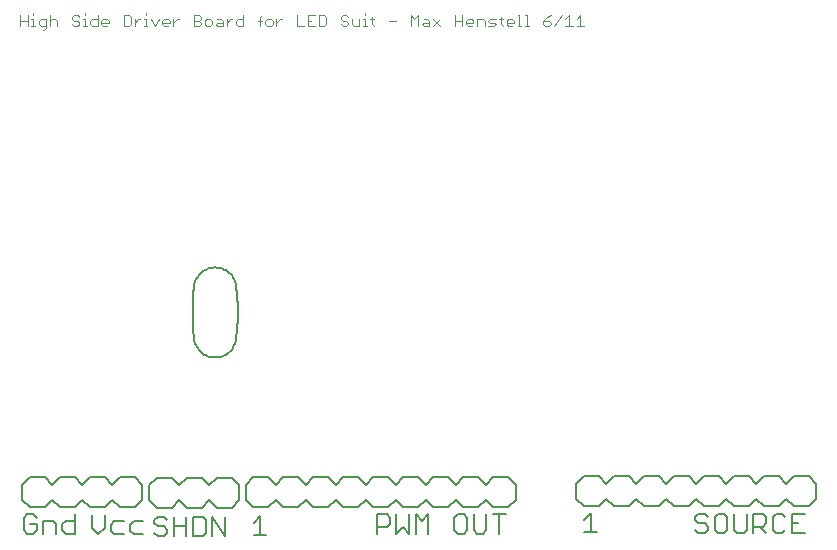
<source format=gto>
G75*
G70*
%OFA0B0*%
%FSLAX24Y24*%
%IPPOS*%
%LPD*%
%AMOC8*
5,1,8,0,0,1.08239X$1,22.5*
%
%ADD10C,0.0060*%
%ADD11C,0.0030*%
%ADD12C,0.0080*%
D10*
X000545Y000604D02*
X000758Y000604D01*
X000865Y000710D01*
X000865Y000924D01*
X000652Y000924D01*
X000438Y001137D02*
X000438Y000710D01*
X000545Y000604D01*
X001083Y000604D02*
X001083Y001031D01*
X001403Y001031D01*
X001510Y000924D01*
X001510Y000604D01*
X001727Y000710D02*
X001727Y000924D01*
X001834Y001031D01*
X002154Y001031D01*
X002154Y001244D02*
X002154Y000604D01*
X001834Y000604D01*
X001727Y000710D01*
X000865Y001137D02*
X000758Y001244D01*
X000545Y001244D01*
X000438Y001137D01*
X002702Y001225D02*
X002702Y000798D01*
X002915Y000584D01*
X003129Y000798D01*
X003129Y001225D01*
X003346Y000904D02*
X003453Y001011D01*
X003773Y001011D01*
X003991Y000904D02*
X003991Y000691D01*
X004098Y000584D01*
X004418Y000584D01*
X004098Y001011D02*
X003991Y000904D01*
X004098Y001011D02*
X004418Y001011D01*
X004788Y001059D02*
X004788Y000952D01*
X004895Y000845D01*
X005109Y000845D01*
X005215Y000738D01*
X005215Y000632D01*
X005109Y000525D01*
X004895Y000525D01*
X004788Y000632D01*
X004788Y001059D02*
X004895Y001165D01*
X005109Y001165D01*
X005215Y001059D01*
X005433Y001165D02*
X005433Y000525D01*
X005433Y000845D02*
X005860Y000845D01*
X005860Y001165D02*
X005860Y000525D01*
X006077Y000525D02*
X006398Y000525D01*
X006504Y000632D01*
X006504Y001059D01*
X006398Y001165D01*
X006077Y001165D01*
X006077Y000525D01*
X006722Y000525D02*
X006722Y001165D01*
X007149Y000525D01*
X007149Y001165D01*
X008096Y000972D02*
X008309Y001185D01*
X008309Y000545D01*
X008096Y000545D02*
X008523Y000545D01*
X012210Y000604D02*
X012210Y001244D01*
X012530Y001244D01*
X012637Y001137D01*
X012637Y000924D01*
X012530Y000817D01*
X012210Y000817D01*
X012854Y000604D02*
X013068Y000817D01*
X013281Y000604D01*
X013281Y001244D01*
X013499Y001244D02*
X013712Y001031D01*
X013926Y001244D01*
X013926Y000604D01*
X013499Y000604D02*
X013499Y001244D01*
X012854Y001244D02*
X012854Y000604D01*
X014788Y000710D02*
X014895Y000604D01*
X015108Y000604D01*
X015215Y000710D01*
X015215Y001137D01*
X015108Y001244D01*
X014895Y001244D01*
X014788Y001137D01*
X014788Y000710D01*
X015432Y000710D02*
X015539Y000604D01*
X015753Y000604D01*
X015859Y000710D01*
X015859Y001244D01*
X016077Y001244D02*
X016504Y001244D01*
X016290Y001244D02*
X016290Y000604D01*
X015432Y000710D02*
X015432Y001244D01*
X019119Y001070D02*
X019333Y001284D01*
X019333Y000643D01*
X019546Y000643D02*
X019119Y000643D01*
X022820Y000730D02*
X022927Y000623D01*
X023140Y000623D01*
X023247Y000730D01*
X023247Y000837D01*
X023140Y000944D01*
X022927Y000944D01*
X022820Y001050D01*
X022820Y001157D01*
X022927Y001264D01*
X023140Y001264D01*
X023247Y001157D01*
X023464Y001157D02*
X023464Y000730D01*
X023571Y000623D01*
X023785Y000623D01*
X023891Y000730D01*
X023891Y001157D01*
X023785Y001264D01*
X023571Y001264D01*
X023464Y001157D01*
X024109Y001264D02*
X024109Y000730D01*
X024216Y000623D01*
X024429Y000623D01*
X024536Y000730D01*
X024536Y001264D01*
X024754Y001264D02*
X025074Y001264D01*
X025181Y001157D01*
X025181Y000944D01*
X025074Y000837D01*
X024754Y000837D01*
X024967Y000837D02*
X025181Y000623D01*
X025398Y000730D02*
X025505Y000623D01*
X025718Y000623D01*
X025825Y000730D01*
X026043Y000623D02*
X026470Y000623D01*
X026256Y000944D02*
X026043Y000944D01*
X025825Y001157D02*
X025718Y001264D01*
X025505Y001264D01*
X025398Y001157D01*
X025398Y000730D01*
X024754Y000623D02*
X024754Y001264D01*
X026043Y001264D02*
X026043Y000623D01*
X026043Y001264D02*
X026470Y001264D01*
X003773Y000584D02*
X003453Y000584D01*
X003346Y000691D01*
X003346Y000904D01*
D11*
X001124Y017394D02*
X001062Y017394D01*
X001124Y017394D02*
X001185Y017456D01*
X001185Y017765D01*
X001000Y017765D01*
X000938Y017703D01*
X000938Y017580D01*
X001000Y017518D01*
X001185Y017518D01*
X001307Y017518D02*
X001307Y017888D01*
X001368Y017765D02*
X001492Y017765D01*
X001554Y017703D01*
X001554Y017518D01*
X001307Y017703D02*
X001368Y017765D01*
X000816Y017518D02*
X000693Y017518D01*
X000755Y017518D02*
X000755Y017765D01*
X000693Y017765D01*
X000571Y017703D02*
X000325Y017703D01*
X000325Y017518D02*
X000325Y017888D01*
X000571Y017888D02*
X000571Y017518D01*
X000755Y017888D02*
X000755Y017950D01*
X002043Y017826D02*
X002043Y017765D01*
X002105Y017703D01*
X002229Y017703D01*
X002290Y017641D01*
X002290Y017580D01*
X002229Y017518D01*
X002105Y017518D01*
X002043Y017580D01*
X002043Y017826D02*
X002105Y017888D01*
X002229Y017888D01*
X002290Y017826D01*
X002412Y017765D02*
X002473Y017765D01*
X002473Y017518D01*
X002412Y017518D02*
X002535Y017518D01*
X002657Y017580D02*
X002657Y017703D01*
X002719Y017765D01*
X002904Y017765D01*
X002904Y017888D02*
X002904Y017518D01*
X002719Y017518D01*
X002657Y017580D01*
X003025Y017580D02*
X003025Y017703D01*
X003087Y017765D01*
X003211Y017765D01*
X003272Y017703D01*
X003272Y017641D01*
X003025Y017641D01*
X003025Y017580D02*
X003087Y017518D01*
X003211Y017518D01*
X003762Y017518D02*
X003762Y017888D01*
X003947Y017888D01*
X004009Y017826D01*
X004009Y017580D01*
X003947Y017518D01*
X003762Y017518D01*
X004130Y017518D02*
X004130Y017765D01*
X004130Y017641D02*
X004254Y017765D01*
X004316Y017765D01*
X004437Y017765D02*
X004499Y017765D01*
X004499Y017518D01*
X004437Y017518D02*
X004561Y017518D01*
X004806Y017518D02*
X004683Y017765D01*
X004499Y017888D02*
X004499Y017950D01*
X004930Y017765D02*
X004806Y017518D01*
X005051Y017580D02*
X005051Y017703D01*
X005113Y017765D01*
X005236Y017765D01*
X005298Y017703D01*
X005298Y017641D01*
X005051Y017641D01*
X005051Y017580D02*
X005113Y017518D01*
X005236Y017518D01*
X005419Y017518D02*
X005419Y017765D01*
X005419Y017641D02*
X005543Y017765D01*
X005605Y017765D01*
X006095Y017703D02*
X006280Y017703D01*
X006341Y017641D01*
X006341Y017580D01*
X006280Y017518D01*
X006095Y017518D01*
X006095Y017888D01*
X006280Y017888D01*
X006341Y017826D01*
X006341Y017765D01*
X006280Y017703D01*
X006463Y017703D02*
X006463Y017580D01*
X006525Y017518D01*
X006648Y017518D01*
X006710Y017580D01*
X006710Y017703D01*
X006648Y017765D01*
X006525Y017765D01*
X006463Y017703D01*
X006831Y017580D02*
X006893Y017641D01*
X007078Y017641D01*
X007078Y017703D02*
X007078Y017518D01*
X006893Y017518D01*
X006831Y017580D01*
X006893Y017765D02*
X007016Y017765D01*
X007078Y017703D01*
X007200Y017765D02*
X007200Y017518D01*
X007200Y017641D02*
X007323Y017765D01*
X007385Y017765D01*
X007506Y017703D02*
X007506Y017580D01*
X007568Y017518D01*
X007753Y017518D01*
X007753Y017888D01*
X007753Y017765D02*
X007568Y017765D01*
X007506Y017703D01*
X008243Y017703D02*
X008366Y017703D01*
X008489Y017703D02*
X008489Y017580D01*
X008550Y017518D01*
X008674Y017518D01*
X008735Y017580D01*
X008735Y017703D01*
X008674Y017765D01*
X008550Y017765D01*
X008489Y017703D01*
X008305Y017826D02*
X008305Y017518D01*
X008305Y017826D02*
X008366Y017888D01*
X008857Y017765D02*
X008857Y017518D01*
X008857Y017641D02*
X008980Y017765D01*
X009042Y017765D01*
X009532Y017888D02*
X009532Y017518D01*
X009779Y017518D01*
X009900Y017518D02*
X010147Y017518D01*
X010269Y017518D02*
X010454Y017518D01*
X010516Y017580D01*
X010516Y017826D01*
X010454Y017888D01*
X010269Y017888D01*
X010269Y017518D01*
X010024Y017703D02*
X009900Y017703D01*
X009900Y017888D02*
X009900Y017518D01*
X009900Y017888D02*
X010147Y017888D01*
X011005Y017826D02*
X011005Y017765D01*
X011067Y017703D01*
X011190Y017703D01*
X011252Y017641D01*
X011252Y017580D01*
X011190Y017518D01*
X011067Y017518D01*
X011005Y017580D01*
X011005Y017826D02*
X011067Y017888D01*
X011190Y017888D01*
X011252Y017826D01*
X011374Y017765D02*
X011374Y017580D01*
X011435Y017518D01*
X011620Y017518D01*
X011620Y017765D01*
X011742Y017765D02*
X011804Y017765D01*
X011804Y017518D01*
X011865Y017518D02*
X011742Y017518D01*
X012049Y017580D02*
X012049Y017826D01*
X011987Y017765D02*
X012111Y017765D01*
X012049Y017580D02*
X012111Y017518D01*
X011804Y017888D02*
X011804Y017950D01*
X012601Y017703D02*
X012848Y017703D01*
X013338Y017518D02*
X013338Y017888D01*
X013461Y017765D01*
X013585Y017888D01*
X013585Y017518D01*
X013706Y017580D02*
X013768Y017641D01*
X013953Y017641D01*
X013953Y017703D02*
X013953Y017518D01*
X013768Y017518D01*
X013706Y017580D01*
X013768Y017765D02*
X013891Y017765D01*
X013953Y017703D01*
X014074Y017765D02*
X014321Y017518D01*
X014074Y017518D02*
X014321Y017765D01*
X014811Y017703D02*
X015058Y017703D01*
X015179Y017703D02*
X015241Y017765D01*
X015365Y017765D01*
X015426Y017703D01*
X015426Y017641D01*
X015179Y017641D01*
X015179Y017580D02*
X015179Y017703D01*
X015179Y017580D02*
X015241Y017518D01*
X015365Y017518D01*
X015548Y017518D02*
X015548Y017765D01*
X015733Y017765D01*
X015795Y017703D01*
X015795Y017518D01*
X015916Y017518D02*
X016101Y017518D01*
X016163Y017580D01*
X016101Y017641D01*
X015978Y017641D01*
X015916Y017703D01*
X015978Y017765D01*
X016163Y017765D01*
X016284Y017765D02*
X016408Y017765D01*
X016346Y017826D02*
X016346Y017580D01*
X016408Y017518D01*
X016530Y017580D02*
X016530Y017703D01*
X016591Y017765D01*
X016715Y017765D01*
X016777Y017703D01*
X016777Y017641D01*
X016530Y017641D01*
X016530Y017580D02*
X016591Y017518D01*
X016715Y017518D01*
X016898Y017518D02*
X017022Y017518D01*
X016960Y017518D02*
X016960Y017888D01*
X016898Y017888D01*
X017144Y017888D02*
X017205Y017888D01*
X017205Y017518D01*
X017144Y017518D02*
X017267Y017518D01*
X017757Y017580D02*
X017757Y017703D01*
X017943Y017703D01*
X018004Y017641D01*
X018004Y017580D01*
X017943Y017518D01*
X017819Y017518D01*
X017757Y017580D01*
X017757Y017703D02*
X017881Y017826D01*
X018004Y017888D01*
X018373Y017888D02*
X018126Y017518D01*
X018494Y017518D02*
X018741Y017518D01*
X018862Y017518D02*
X019109Y017518D01*
X018986Y017518D02*
X018986Y017888D01*
X018862Y017765D01*
X018617Y017888D02*
X018617Y017518D01*
X018494Y017765D02*
X018617Y017888D01*
X015058Y017888D02*
X015058Y017518D01*
X014811Y017518D02*
X014811Y017888D01*
X002473Y017950D02*
X002473Y017888D01*
D12*
X006114Y008875D02*
X006124Y008927D01*
X006138Y008978D01*
X006156Y009028D01*
X006177Y009076D01*
X006202Y009123D01*
X006230Y009167D01*
X006262Y009210D01*
X006296Y009250D01*
X006334Y009287D01*
X006374Y009321D01*
X006416Y009353D01*
X006461Y009381D01*
X006508Y009405D01*
X006556Y009426D01*
X006606Y009444D01*
X006657Y009457D01*
X006709Y009467D01*
X006761Y009473D01*
X006814Y009475D01*
X006867Y009473D01*
X006919Y009467D01*
X006971Y009457D01*
X007022Y009444D01*
X007072Y009426D01*
X007120Y009405D01*
X007167Y009381D01*
X007212Y009353D01*
X007254Y009321D01*
X007294Y009287D01*
X007332Y009250D01*
X007366Y009210D01*
X007398Y009167D01*
X007426Y009123D01*
X007451Y009076D01*
X007472Y009028D01*
X007490Y008978D01*
X007504Y008927D01*
X007514Y008875D01*
X007514Y007076D02*
X007504Y007024D01*
X007490Y006973D01*
X007472Y006923D01*
X007451Y006875D01*
X007426Y006828D01*
X007398Y006784D01*
X007366Y006741D01*
X007332Y006701D01*
X007294Y006664D01*
X007254Y006630D01*
X007212Y006598D01*
X007167Y006570D01*
X007120Y006546D01*
X007072Y006525D01*
X007022Y006507D01*
X006971Y006494D01*
X006919Y006484D01*
X006867Y006478D01*
X006814Y006476D01*
X006761Y006478D01*
X006709Y006484D01*
X006657Y006494D01*
X006606Y006507D01*
X006556Y006525D01*
X006508Y006546D01*
X006461Y006570D01*
X006416Y006598D01*
X006374Y006630D01*
X006334Y006664D01*
X006296Y006701D01*
X006262Y006741D01*
X006230Y006784D01*
X006202Y006828D01*
X006177Y006875D01*
X006156Y006923D01*
X006138Y006973D01*
X006124Y007024D01*
X006114Y007076D01*
X007514Y007075D02*
X007546Y007434D01*
X007562Y007795D01*
X007562Y008155D01*
X007546Y008516D01*
X007514Y008875D01*
X006114Y008875D02*
X006082Y008516D01*
X006066Y008155D01*
X006066Y007795D01*
X006082Y007434D01*
X006114Y007075D01*
X005863Y002471D02*
X006363Y002471D01*
X006613Y002221D01*
X006863Y002471D01*
X007363Y002471D01*
X007613Y002221D01*
X007613Y001721D01*
X007363Y001471D01*
X006863Y001471D01*
X006613Y001721D01*
X006363Y001471D01*
X005863Y001471D01*
X005613Y001721D01*
X005363Y001471D01*
X004863Y001471D01*
X004613Y001721D01*
X004613Y002221D01*
X004863Y002471D01*
X005363Y002471D01*
X005613Y002221D01*
X005863Y002471D01*
X004392Y002229D02*
X004392Y001729D01*
X004142Y001479D01*
X003642Y001479D01*
X003392Y001729D01*
X003142Y001479D01*
X002642Y001479D01*
X002392Y001729D01*
X002142Y001479D01*
X001642Y001479D01*
X001392Y001729D01*
X001142Y001479D01*
X000642Y001479D01*
X000392Y001729D01*
X000392Y002229D01*
X000642Y002479D01*
X001142Y002479D01*
X001392Y002229D01*
X001642Y002479D01*
X002142Y002479D01*
X002392Y002229D01*
X002642Y002479D01*
X003142Y002479D01*
X003392Y002229D01*
X003642Y002479D01*
X004142Y002479D01*
X004392Y002229D01*
X007841Y002229D02*
X007841Y001729D01*
X008091Y001479D01*
X008591Y001479D01*
X008841Y001729D01*
X009091Y001479D01*
X009591Y001479D01*
X009841Y001729D01*
X010091Y001479D01*
X010591Y001479D01*
X010841Y001729D01*
X011091Y001479D01*
X011591Y001479D01*
X011841Y001729D01*
X012091Y001479D01*
X012591Y001479D01*
X012841Y001729D01*
X013091Y001479D01*
X013591Y001479D01*
X013841Y001729D01*
X014091Y001479D01*
X014591Y001479D01*
X014841Y001729D01*
X015091Y001479D01*
X015591Y001479D01*
X015841Y001729D01*
X016091Y001479D01*
X016591Y001479D01*
X016841Y001729D01*
X016841Y002229D01*
X016591Y002479D01*
X016091Y002479D01*
X015841Y002229D01*
X015591Y002479D01*
X015091Y002479D01*
X014841Y002229D01*
X014591Y002479D01*
X014091Y002479D01*
X013841Y002229D01*
X013591Y002479D01*
X013091Y002479D01*
X012841Y002229D01*
X012591Y002479D01*
X012091Y002479D01*
X011841Y002229D01*
X011591Y002479D01*
X011091Y002479D01*
X010841Y002229D01*
X010591Y002479D01*
X010091Y002479D01*
X009841Y002229D01*
X009591Y002479D01*
X009091Y002479D01*
X008841Y002229D01*
X008591Y002479D01*
X008091Y002479D01*
X007841Y002229D01*
X018861Y002273D02*
X018861Y001773D01*
X019111Y001523D01*
X019611Y001523D01*
X019861Y001773D01*
X020111Y001523D01*
X020611Y001523D01*
X020861Y001773D01*
X021111Y001523D01*
X021611Y001523D01*
X021861Y001773D01*
X022111Y001523D01*
X022611Y001523D01*
X022861Y001773D01*
X023111Y001523D01*
X023611Y001523D01*
X023861Y001773D01*
X024111Y001523D01*
X024611Y001523D01*
X024861Y001773D01*
X025111Y001523D01*
X025611Y001523D01*
X025861Y001773D01*
X026111Y001523D01*
X026611Y001523D01*
X026861Y001773D01*
X026861Y002273D01*
X026611Y002523D01*
X026111Y002523D01*
X025861Y002273D01*
X025611Y002523D01*
X025111Y002523D01*
X024861Y002273D01*
X024611Y002523D01*
X024111Y002523D01*
X023861Y002273D01*
X023611Y002523D01*
X023111Y002523D01*
X022861Y002273D01*
X022611Y002523D01*
X022111Y002523D01*
X021861Y002273D01*
X021611Y002523D01*
X021111Y002523D01*
X020861Y002273D01*
X020611Y002523D01*
X020111Y002523D01*
X019861Y002273D01*
X019611Y002523D01*
X019111Y002523D01*
X018861Y002273D01*
M02*

</source>
